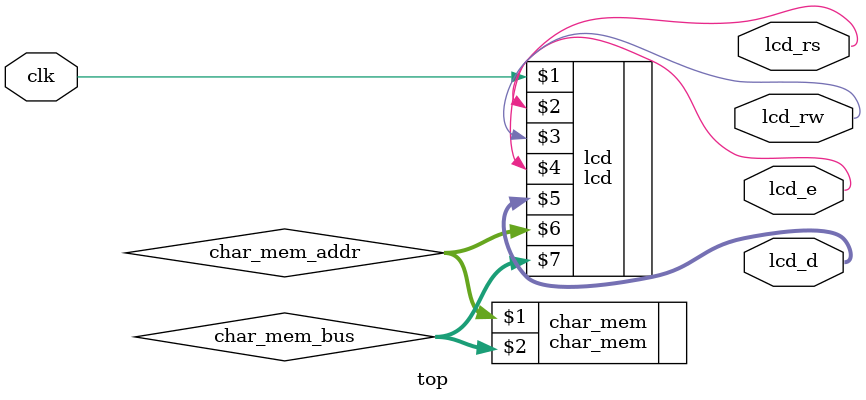
<source format=v>
module top(
	input clk, 
	output lcd_rs,
	output lcd_rw,
	output lcd_e, 
	output [3:0] lcd_d
	);

	wire [7:0] char_mem_bus;
	wire [4:0] char_mem_addr;
	
	char_mem char_mem (char_mem_addr, char_mem_bus);
	lcd lcd (clk, lcd_rs, lcd_rw, lcd_e, lcd_d, char_mem_addr, char_mem_bus);

endmodule

</source>
